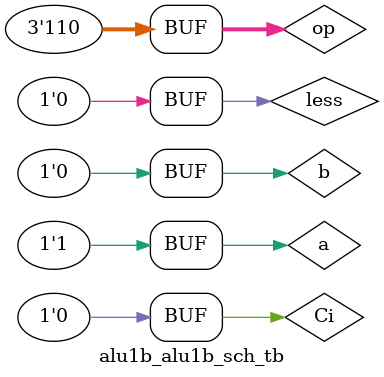
<source format=v>

`timescale 1ns / 1ps

module alu1b_alu1b_sch_tb();

// Inputs
   reg a;
   reg b;
   reg [2:0] op;
   reg Ci;
   reg less;
// Output
   wire set;
   wire Co;
   wire r;
// Bidirs

// Instantiate the UUT
   alu1b UUT (
		.set(set), 
		.Co(Co), 
		.a(a), 
		.b(b), 
		.op(op), 
		.Ci(Ci), 
		.less(less), 
		.r(r)
   );
// Initialize Inputs
initial begin
  Ci = 0;
  b = 0;
  a = 0;
  op=0;
  less=0;
  // Wait 100ns for the simulator to finish initializing
  #100;
  a = 1;
  b=1;
  op=3'b000;
  #1;
  if ((r == 1))
    $display("okay 1 and 1 = 1");
  else
    $display("fail 1 and 1");
  #100;
  a = 1;
  b=0;
  op=3'b001;
  #1;
  if ((r == 1))
    $display("okay 1 or 0 = 1");
  else
    $display("fail 1 ro 0");
  #100;
  a = 1;
  b= 1;
  op=3'b010;
  #1;
  if ((r == 0) && (Co == 1))
    $display("okay 1+1=10"); 
  else
    $display("fail 1 + 1");
	 
  #100;
  a = 1;
  b=  0;
  op=3'b110;
  #1;
  if ((r == 0) && (Co == 1))
    $display("okay 1- -1=10");
  else
    $display("fail 1 --1");
end
endmodule
</source>
